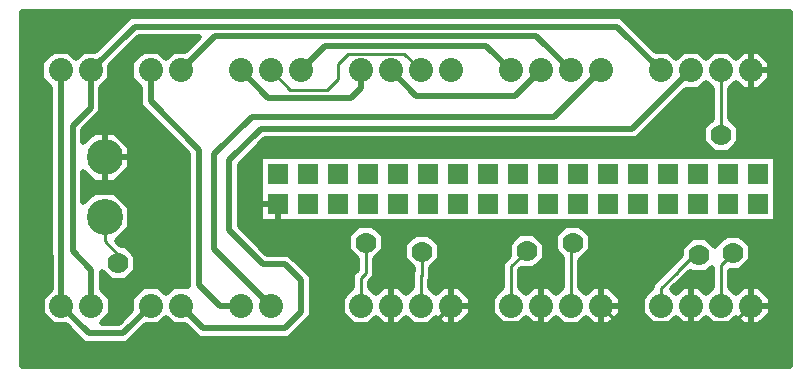
<source format=gbr>
G04 PROTEUS RS274X GERBER FILE*
%FSLAX45Y45*%
%MOMM*%
G01*
%ADD13C,0.508000*%
%ADD11C,0.304800*%
%ADD10C,0.254000*%
%ADD12C,1.778000*%
%ADD14R,1.778000X1.778000*%
%ADD15C,3.048000*%
%ADD16C,2.032000*%
%ADD17C,0.203200*%
G36*
X+3250000Y-1500000D02*
X-3250000Y-1500000D01*
X-3250000Y+1500000D01*
X+3250000Y+1500000D01*
X+3250000Y-1500000D01*
G37*
%LPC*%
G36*
X+3134399Y-25399D02*
X+3134399Y-279399D01*
X-1234399Y-279399D01*
X-1234399Y+279399D01*
X+3134399Y+279399D01*
X+3134399Y-25399D01*
G37*
G36*
X+2115623Y+1167099D02*
X+2223386Y+1167099D01*
X+2282000Y+1108485D01*
X+2340614Y+1167099D01*
X+2477386Y+1167099D01*
X+2536000Y+1108485D01*
X+2594614Y+1167099D01*
X+2731386Y+1167099D01*
X+2790000Y+1108485D01*
X+2848614Y+1167099D01*
X+2985386Y+1167099D01*
X+3082099Y+1070386D01*
X+3082099Y+933614D01*
X+2985386Y+836901D01*
X+2848614Y+836901D01*
X+2790000Y+895515D01*
X+2739199Y+844714D01*
X+2739199Y+600526D01*
X+2819399Y+520326D01*
X+2819399Y+394074D01*
X+2730126Y+304801D01*
X+2603874Y+304801D01*
X+2514601Y+394074D01*
X+2514601Y+520326D01*
X+2586801Y+592526D01*
X+2586801Y+844714D01*
X+2536000Y+895515D01*
X+2477386Y+836901D01*
X+2369623Y+836901D01*
X+1951823Y+419101D01*
X-1195077Y+419101D01*
X-1409701Y+204477D01*
X-1409701Y-315582D01*
X-1176446Y-548837D01*
X-989141Y-548837D01*
X-800101Y-737877D01*
X-800101Y-1078224D01*
X-991876Y-1269999D01*
X-1755323Y-1269999D01*
X-1869623Y-1155699D01*
X-1977386Y-1155699D01*
X-2036000Y-1097085D01*
X-2094614Y-1155699D01*
X-2202377Y-1155699D01*
X-2359857Y-1313179D01*
X-2724143Y-1313179D01*
X-2881623Y-1155699D01*
X-2989386Y-1155699D01*
X-3086099Y-1058986D01*
X-3086099Y-922214D01*
X-3009899Y-846014D01*
X-3009899Y-565143D01*
X-3013899Y-561143D01*
X-3013899Y+857414D01*
X-3090099Y+933614D01*
X-3090099Y+1070386D01*
X-2993386Y+1167099D01*
X-2856614Y+1167099D01*
X-2798000Y+1108485D01*
X-2739386Y+1167099D01*
X-2631623Y+1167099D01*
X-2335683Y+1463039D01*
X+1819683Y+1463039D01*
X+2115623Y+1167099D01*
G37*
G36*
X+2919216Y-479487D02*
X+2919216Y-605739D01*
X+2829943Y-695012D01*
X+2744199Y-695012D01*
X+2744199Y-832714D01*
X+2795000Y-883515D01*
X+2853614Y-824901D01*
X+2990386Y-824901D01*
X+3087099Y-921614D01*
X+3087099Y-1058386D01*
X+2990386Y-1155099D01*
X+2853614Y-1155099D01*
X+2795000Y-1096485D01*
X+2736386Y-1155099D01*
X+2599614Y-1155099D01*
X+2541000Y-1096485D01*
X+2482386Y-1155099D01*
X+2345614Y-1155099D01*
X+2287000Y-1096485D01*
X+2228386Y-1155099D01*
X+2091614Y-1155099D01*
X+1994901Y-1058386D01*
X+1994901Y-921614D01*
X+2083801Y-832714D01*
X+2083801Y-806339D01*
X+2326475Y-563665D01*
X+2326475Y-500463D01*
X+2415748Y-411190D01*
X+2542000Y-411190D01*
X+2614418Y-483608D01*
X+2614418Y-479487D01*
X+2703691Y-390214D01*
X+2829943Y-390214D01*
X+2919216Y-479487D01*
G37*
G36*
X+1562099Y-394074D02*
X+1562099Y-520326D01*
X+1474199Y-608226D01*
X+1474199Y-832714D01*
X+1525000Y-883515D01*
X+1583614Y-824901D01*
X+1720386Y-824901D01*
X+1817099Y-921614D01*
X+1817099Y-1058386D01*
X+1720386Y-1155099D01*
X+1583614Y-1155099D01*
X+1525000Y-1096485D01*
X+1466386Y-1155099D01*
X+1329614Y-1155099D01*
X+1271000Y-1096485D01*
X+1212386Y-1155099D01*
X+1075614Y-1155099D01*
X+1017000Y-1096485D01*
X+958386Y-1155099D01*
X+821614Y-1155099D01*
X+724901Y-1058386D01*
X+724901Y-921614D01*
X+813801Y-832714D01*
X+813801Y-625888D01*
X+867692Y-571997D01*
X+867692Y-464232D01*
X+956965Y-374959D01*
X+1083217Y-374959D01*
X+1172490Y-464232D01*
X+1172490Y-590484D01*
X+1083217Y-679757D01*
X+975452Y-679757D01*
X+966199Y-689010D01*
X+966199Y-832714D01*
X+1017000Y-883515D01*
X+1075614Y-824901D01*
X+1212386Y-824901D01*
X+1271000Y-883515D01*
X+1321801Y-832714D01*
X+1321801Y-584826D01*
X+1257301Y-520326D01*
X+1257301Y-394074D01*
X+1346574Y-304801D01*
X+1472826Y-304801D01*
X+1562099Y-394074D01*
G37*
G36*
X-190501Y-394074D02*
X-190501Y-520326D01*
X-266701Y-596526D01*
X-266701Y-747841D01*
X-303801Y-784941D01*
X-303801Y-832714D01*
X-253000Y-883515D01*
X-194386Y-824901D01*
X-57614Y-824901D01*
X+1000Y-883515D01*
X+51801Y-832714D01*
X+51801Y-698189D01*
X+57180Y-692810D01*
X+57180Y-670498D01*
X-19020Y-594298D01*
X-19020Y-468046D01*
X+70253Y-378773D01*
X+196505Y-378773D01*
X+285778Y-468046D01*
X+285778Y-594298D01*
X+209578Y-670498D01*
X+209578Y-766182D01*
X+204199Y-771561D01*
X+204199Y-832714D01*
X+255000Y-883515D01*
X+313614Y-824901D01*
X+450386Y-824901D01*
X+547099Y-921614D01*
X+547099Y-1058386D01*
X+450386Y-1155099D01*
X+313614Y-1155099D01*
X+255000Y-1096485D01*
X+196386Y-1155099D01*
X+59614Y-1155099D01*
X+1000Y-1096485D01*
X-57614Y-1155099D01*
X-194386Y-1155099D01*
X-253000Y-1096485D01*
X-311614Y-1155099D01*
X-448386Y-1155099D01*
X-545099Y-1058386D01*
X-545099Y-921614D01*
X-456199Y-832714D01*
X-456199Y-721819D01*
X-419099Y-684719D01*
X-419099Y-596526D01*
X-495299Y-520326D01*
X-495299Y-394074D01*
X-406026Y-304801D01*
X-279774Y-304801D01*
X-190501Y-394074D01*
G37*
G36*
X+2959100Y+436158D02*
X+2959100Y+478242D01*
X+2988858Y+508000D01*
X+3030942Y+508000D01*
X+3060700Y+478242D01*
X+3060700Y+436158D01*
X+3030942Y+406400D01*
X+2988858Y+406400D01*
X+2959100Y+436158D01*
G37*
%LPD*%
G36*
X-1869623Y+1167099D02*
X-1977386Y+1167099D01*
X-2036000Y+1108485D01*
X-2094614Y+1167099D01*
X-2231386Y+1167099D01*
X-2328099Y+1070386D01*
X-2328099Y+933614D01*
X-2251899Y+857414D01*
X-2251899Y+703777D01*
X-1844039Y+295917D01*
X-1844039Y-825501D01*
X-1977386Y-825501D01*
X-2036000Y-884115D01*
X-2094614Y-825501D01*
X-2231386Y-825501D01*
X-2328099Y-922214D01*
X-2328099Y-1029977D01*
X-2433503Y-1135381D01*
X-2578296Y-1135381D01*
X-2501901Y-1058986D01*
X-2501901Y-922214D01*
X-2578101Y-846014D01*
X-2578101Y-705824D01*
X-2501526Y-782399D01*
X-2375274Y-782399D01*
X-2286001Y-693126D01*
X-2286001Y-566874D01*
X-2375274Y-477601D01*
X-2414639Y-477601D01*
X-2449956Y-442284D01*
X-2338101Y-330428D01*
X-2338101Y-151572D01*
X-2464572Y-25101D01*
X-2643428Y-25101D01*
X-2733041Y-114714D01*
X-2733041Y+140714D01*
X-2643428Y+51101D01*
X-2464572Y+51101D01*
X-2338101Y+177572D01*
X-2338101Y+356428D01*
X-2464572Y+482899D01*
X-2643428Y+482899D01*
X-2733041Y+393286D01*
X-2733041Y+495497D01*
X-2582101Y+646437D01*
X-2582101Y+857414D01*
X-2505901Y+933614D01*
X-2505901Y+1041377D01*
X-2262037Y+1285241D01*
X-1751481Y+1285241D01*
X-1869623Y+1167099D01*
G37*
%LPC*%
G36*
X-1993878Y-641042D02*
X-1993878Y-598958D01*
X-1964120Y-569200D01*
X-1922036Y-569200D01*
X-1892278Y-598958D01*
X-1892278Y-641042D01*
X-1922036Y-670800D01*
X-1964120Y-670800D01*
X-1993878Y-641042D01*
G37*
%LPD*%
G36*
X+2591801Y-832714D02*
X+2541000Y-883515D01*
X+2482386Y-824901D01*
X+2345614Y-824901D01*
X+2287000Y-883515D01*
X+2254572Y-851088D01*
X+2402710Y-702950D01*
X+2415748Y-715988D01*
X+2542000Y-715988D01*
X+2591801Y-666187D01*
X+2591801Y-832714D01*
G37*
D13*
X-2921000Y-990600D02*
X-2687320Y-1224280D01*
X-2396680Y-1224280D01*
X-2163000Y-990600D01*
X-2921000Y-990600D02*
X-2921000Y-833120D01*
X-1401000Y+1002000D02*
X-1166080Y+767080D01*
X-467360Y+767080D01*
X-385000Y+849440D01*
X-385000Y+1002000D01*
X-2671000Y+1002000D02*
X-2298860Y+1374140D01*
X+1782860Y+1374140D01*
X+2155000Y+1002000D01*
D11*
X+2922000Y-990000D02*
X+2779160Y-1132840D01*
X+2413000Y-1132840D01*
X+1652000Y-990000D02*
X+1794840Y-1132840D01*
X+2413000Y-1132840D01*
X+382000Y-990000D02*
X+571500Y-990000D01*
X+714340Y-1132840D01*
X+1087120Y-1132840D01*
X+2413000Y-1076960D02*
X+2413000Y-1132840D01*
X+1087120Y-1132840D02*
X+1144000Y-1132840D01*
X+1144000Y-990000D01*
X+2413000Y-1076960D02*
X+2413000Y-991000D01*
X+2414000Y-990000D01*
X+1652000Y-990000D02*
X+1651000Y-991000D01*
X+1651000Y-1132840D01*
X+1087120Y-1132840D02*
X+1209040Y-1254760D01*
X+1529080Y-1254760D01*
X+1651000Y-1132840D01*
X+3009900Y+457200D02*
X+3009900Y+688340D01*
X+2917000Y+781240D01*
X+2917000Y+1002000D01*
D13*
X-893000Y+1002000D02*
X-683420Y+1211580D01*
X+675420Y+1211580D01*
X+885000Y+1002000D01*
X+1393000Y+1002000D02*
X+1102140Y+1292860D01*
X-1618140Y+1292860D01*
X-1909000Y+1002000D01*
D10*
X+2667000Y+457200D02*
X+2663000Y+461200D01*
X+2663000Y+1002000D01*
X+1409700Y-457200D02*
X+1398000Y-468900D01*
X+1398000Y-990000D01*
X-342900Y-457200D02*
X-342900Y-716280D01*
X-380000Y-753380D01*
X-380000Y-990000D01*
X-1147000Y+1002000D02*
X-980660Y+835660D01*
X-671677Y+835660D01*
X-581660Y+925677D01*
X-581660Y+1052983D01*
X-491643Y+1143000D01*
X-18000Y+1143000D01*
X+123000Y+1002000D01*
D11*
X-126000Y-990000D02*
X-126000Y-1136350D01*
X-71090Y-1191260D01*
X+180740Y-1191260D01*
X+382000Y-990000D01*
X-1943078Y-620000D02*
X-1943100Y+13000D01*
X-2197100Y+267000D01*
X-2554000Y+267000D01*
D10*
X+133379Y-531172D02*
X+133379Y-724371D01*
X+133379Y-734621D01*
X+128000Y-740000D01*
X+133379Y-724371D02*
X+128000Y-729750D01*
X+128000Y-740000D01*
X+128000Y-990000D01*
X+2288950Y-708950D02*
X+2312100Y-685800D01*
X+2434311Y-563589D01*
X+2478874Y-563589D01*
X+2288950Y-708950D02*
X+2160000Y-837900D01*
X+2160000Y-990000D01*
X+2668000Y-990000D02*
X+2668000Y-641430D01*
X+2766817Y-542613D01*
X+890000Y-748300D02*
X+890000Y-657449D01*
X+1020091Y-527358D01*
X+890000Y-990000D02*
X+890000Y-748300D01*
D13*
X-2921000Y-833120D02*
X-2921000Y-528320D01*
X-2925000Y-524320D01*
X-2925000Y+1002000D01*
X-2671000Y+1002000D02*
X-2671000Y+683260D01*
X-2821940Y+532320D01*
X-2821940Y-528320D01*
X-2667000Y-683260D01*
X-2667000Y-990600D01*
X-1401000Y-990600D02*
X-1578070Y-990600D01*
X-1755140Y-813530D01*
X-1755140Y+332740D01*
X-2163000Y+740600D01*
X-2163000Y+1002000D01*
D10*
X-2554000Y-241000D02*
X-2554000Y-446000D01*
X-2438400Y-561600D01*
X-2438400Y-630000D01*
D13*
X-1498600Y-152400D02*
X-1498600Y-165100D01*
X-1498600Y-352405D01*
X-1213269Y-637736D01*
X-1025964Y-637736D01*
X-977900Y-685800D01*
X+2409000Y+1002000D02*
X+1915000Y+508000D01*
X-1231900Y+508000D01*
X-1498600Y+241300D01*
X-1498600Y-152400D01*
X-977900Y-685800D02*
X-889000Y-774700D01*
X-889000Y-1041401D01*
X-1028699Y-1181100D01*
X-1718500Y-1181100D01*
X-1909000Y-990600D01*
X+1647000Y+1002000D02*
X+1254600Y+609600D01*
X-1308100Y+609600D01*
X-1625600Y+292100D01*
X-1625600Y-512000D01*
X-1147000Y-990600D01*
X-131000Y+1002000D02*
X+83600Y+787400D01*
X+924400Y+787400D01*
X+1139000Y+1002000D01*
D12*
X+3009900Y+457200D03*
X+2667000Y+457200D03*
X+1409700Y-457200D03*
X-342900Y-457200D03*
X-1943078Y-620000D03*
X+133379Y-531172D03*
X+2478874Y-563589D03*
X+2766817Y-542613D03*
X+1020091Y-527358D03*
X-2438400Y-630000D03*
D13*
X+3250000Y-1500000D02*
X-3250000Y-1500000D01*
X-3250000Y+1500000D01*
X+3250000Y+1500000D01*
X+3250000Y-1500000D01*
X+3134399Y-25399D02*
X+3134399Y-279399D01*
X-1234399Y-279399D01*
X-1234399Y+279399D01*
X+3134399Y+279399D01*
X+3134399Y-25399D01*
X+2115623Y+1167099D02*
X+2223386Y+1167099D01*
X+2282000Y+1108485D01*
X+2340614Y+1167099D01*
X+2477386Y+1167099D01*
X+2536000Y+1108485D01*
X+2594614Y+1167099D01*
X+2731386Y+1167099D01*
X+2790000Y+1108485D01*
X+2848614Y+1167099D01*
X+2985386Y+1167099D01*
X+3082099Y+1070386D01*
X+3082099Y+933614D01*
X+2985386Y+836901D01*
X+2848614Y+836901D01*
X+2790000Y+895515D01*
X+2739199Y+844714D01*
X+2739199Y+600526D01*
X+2819399Y+520326D01*
X+2819399Y+394074D01*
X+2730126Y+304801D01*
X+2603874Y+304801D01*
X+2514601Y+394074D01*
X+2514601Y+520326D01*
X+2586801Y+592526D01*
X+2586801Y+844714D01*
X+2536000Y+895515D01*
X+2477386Y+836901D01*
X+2369623Y+836901D01*
X+1951823Y+419101D01*
X-1195077Y+419101D01*
X-1409701Y+204477D01*
X-1409701Y-315582D01*
X-1176446Y-548837D01*
X-989141Y-548837D01*
X-800101Y-737877D01*
X-800101Y-1078224D01*
X-991876Y-1269999D01*
X-1755323Y-1269999D01*
X-1869623Y-1155699D01*
X-1977386Y-1155699D01*
X-2036000Y-1097085D01*
X-2094614Y-1155699D01*
X-2202377Y-1155699D01*
X-2359857Y-1313179D01*
X-2724143Y-1313179D01*
X-2881623Y-1155699D01*
X-2989386Y-1155699D01*
X-3086099Y-1058986D01*
X-3086099Y-922214D01*
X-3009899Y-846014D01*
X-3009899Y-565143D01*
X-3013899Y-561143D01*
X-3013899Y+857414D01*
X-3090099Y+933614D01*
X-3090099Y+1070386D01*
X-2993386Y+1167099D01*
X-2856614Y+1167099D01*
X-2798000Y+1108485D01*
X-2739386Y+1167099D01*
X-2631623Y+1167099D01*
X-2335683Y+1463039D01*
X+1819683Y+1463039D01*
X+2115623Y+1167099D01*
X+2919216Y-479487D02*
X+2919216Y-605739D01*
X+2829943Y-695012D01*
X+2744199Y-695012D01*
X+2744199Y-832714D01*
X+2795000Y-883515D01*
X+2853614Y-824901D01*
X+2990386Y-824901D01*
X+3087099Y-921614D01*
X+3087099Y-1058386D01*
X+2990386Y-1155099D01*
X+2853614Y-1155099D01*
X+2795000Y-1096485D01*
X+2736386Y-1155099D01*
X+2599614Y-1155099D01*
X+2541000Y-1096485D01*
X+2482386Y-1155099D01*
X+2345614Y-1155099D01*
X+2287000Y-1096485D01*
X+2228386Y-1155099D01*
X+2091614Y-1155099D01*
X+1994901Y-1058386D01*
X+1994901Y-921614D01*
X+2083801Y-832714D01*
X+2083801Y-806339D01*
X+2326475Y-563665D01*
X+2326475Y-500463D01*
X+2415748Y-411190D01*
X+2542000Y-411190D01*
X+2614418Y-483608D01*
X+2614418Y-479487D01*
X+2703691Y-390214D01*
X+2829943Y-390214D01*
X+2919216Y-479487D01*
X+1562099Y-394074D02*
X+1562099Y-520326D01*
X+1474199Y-608226D01*
X+1474199Y-832714D01*
X+1525000Y-883515D01*
X+1583614Y-824901D01*
X+1720386Y-824901D01*
X+1817099Y-921614D01*
X+1817099Y-1058386D01*
X+1720386Y-1155099D01*
X+1583614Y-1155099D01*
X+1525000Y-1096485D01*
X+1466386Y-1155099D01*
X+1329614Y-1155099D01*
X+1271000Y-1096485D01*
X+1212386Y-1155099D01*
X+1075614Y-1155099D01*
X+1017000Y-1096485D01*
X+958386Y-1155099D01*
X+821614Y-1155099D01*
X+724901Y-1058386D01*
X+724901Y-921614D01*
X+813801Y-832714D01*
X+813801Y-625888D01*
X+867692Y-571997D01*
X+867692Y-464232D01*
X+956965Y-374959D01*
X+1083217Y-374959D01*
X+1172490Y-464232D01*
X+1172490Y-590484D01*
X+1083217Y-679757D01*
X+975452Y-679757D01*
X+966199Y-689010D01*
X+966199Y-832714D01*
X+1017000Y-883515D01*
X+1075614Y-824901D01*
X+1212386Y-824901D01*
X+1271000Y-883515D01*
X+1321801Y-832714D01*
X+1321801Y-584826D01*
X+1257301Y-520326D01*
X+1257301Y-394074D01*
X+1346574Y-304801D01*
X+1472826Y-304801D01*
X+1562099Y-394074D01*
X-190501Y-394074D02*
X-190501Y-520326D01*
X-266701Y-596526D01*
X-266701Y-747841D01*
X-303801Y-784941D01*
X-303801Y-832714D01*
X-253000Y-883515D01*
X-194386Y-824901D01*
X-57614Y-824901D01*
X+1000Y-883515D01*
X+51801Y-832714D01*
X+51801Y-698189D01*
X+57180Y-692810D01*
X+57180Y-670498D01*
X-19020Y-594298D01*
X-19020Y-468046D01*
X+70253Y-378773D01*
X+196505Y-378773D01*
X+285778Y-468046D01*
X+285778Y-594298D01*
X+209578Y-670498D01*
X+209578Y-766182D01*
X+204199Y-771561D01*
X+204199Y-832714D01*
X+255000Y-883515D01*
X+313614Y-824901D01*
X+450386Y-824901D01*
X+547099Y-921614D01*
X+547099Y-1058386D01*
X+450386Y-1155099D01*
X+313614Y-1155099D01*
X+255000Y-1096485D01*
X+196386Y-1155099D01*
X+59614Y-1155099D01*
X+1000Y-1096485D01*
X-57614Y-1155099D01*
X-194386Y-1155099D01*
X-253000Y-1096485D01*
X-311614Y-1155099D01*
X-448386Y-1155099D01*
X-545099Y-1058386D01*
X-545099Y-921614D01*
X-456199Y-832714D01*
X-456199Y-721819D01*
X-419099Y-684719D01*
X-419099Y-596526D01*
X-495299Y-520326D01*
X-495299Y-394074D01*
X-406026Y-304801D01*
X-279774Y-304801D01*
X-190501Y-394074D01*
X+2959100Y+436158D02*
X+2959100Y+478242D01*
X+2988858Y+508000D01*
X+3030942Y+508000D01*
X+3060700Y+478242D01*
X+3060700Y+436158D01*
X+3030942Y+406400D01*
X+2988858Y+406400D01*
X+2959100Y+436158D01*
X-1869623Y+1167099D02*
X-1977386Y+1167099D01*
X-2036000Y+1108485D01*
X-2094614Y+1167099D01*
X-2231386Y+1167099D01*
X-2328099Y+1070386D01*
X-2328099Y+933614D01*
X-2251899Y+857414D01*
X-2251899Y+703777D01*
X-1844039Y+295917D01*
X-1844039Y-825501D01*
X-1977386Y-825501D01*
X-2036000Y-884115D01*
X-2094614Y-825501D01*
X-2231386Y-825501D01*
X-2328099Y-922214D01*
X-2328099Y-1029977D01*
X-2433503Y-1135381D01*
X-2578296Y-1135381D01*
X-2501901Y-1058986D01*
X-2501901Y-922214D01*
X-2578101Y-846014D01*
X-2578101Y-705824D01*
X-2501526Y-782399D01*
X-2375274Y-782399D01*
X-2286001Y-693126D01*
X-2286001Y-566874D01*
X-2375274Y-477601D01*
X-2414639Y-477601D01*
X-2449956Y-442284D01*
X-2338101Y-330428D01*
X-2338101Y-151572D01*
X-2464572Y-25101D01*
X-2643428Y-25101D01*
X-2733041Y-114714D01*
X-2733041Y+140714D01*
X-2643428Y+51101D01*
X-2464572Y+51101D01*
X-2338101Y+177572D01*
X-2338101Y+356428D01*
X-2464572Y+482899D01*
X-2643428Y+482899D01*
X-2733041Y+393286D01*
X-2733041Y+495497D01*
X-2582101Y+646437D01*
X-2582101Y+857414D01*
X-2505901Y+933614D01*
X-2505901Y+1041377D01*
X-2262037Y+1285241D01*
X-1751481Y+1285241D01*
X-1869623Y+1167099D01*
X-1993878Y-641042D02*
X-1993878Y-598958D01*
X-1964120Y-569200D01*
X-1922036Y-569200D01*
X-1892278Y-598958D01*
X-1892278Y-641042D01*
X-1922036Y-670800D01*
X-1964120Y-670800D01*
X-1993878Y-641042D01*
X+2591801Y-832714D02*
X+2541000Y-883515D01*
X+2482386Y-824901D01*
X+2345614Y-824901D01*
X+2287000Y-883515D01*
X+2254572Y-851088D01*
X+2402710Y-702950D01*
X+2415748Y-715988D01*
X+2542000Y-715988D01*
X+2591801Y-666187D01*
X+2591801Y-832714D01*
X-1234399Y-127000D02*
X-1082000Y-127000D01*
X-1082000Y-279399D02*
X-1082000Y-127000D01*
X-2554000Y+51101D02*
X-2554000Y+267000D01*
X-2554000Y+482899D02*
X-2554000Y+267000D01*
X-2338101Y+267000D02*
X-2554000Y+267000D01*
X+3082099Y+1002000D02*
X+2917000Y+1002000D01*
X+2917000Y+836901D02*
X+2917000Y+1002000D01*
X+2917000Y+1167099D02*
X+2917000Y+1002000D01*
X+2414000Y-1155099D02*
X+2414000Y-990000D01*
X+2414000Y-824901D02*
X+2414000Y-990000D01*
X+3087099Y-990000D02*
X+2922000Y-990000D01*
X+2922000Y-1155099D02*
X+2922000Y-990000D01*
X+2922000Y-824901D02*
X+2922000Y-990000D01*
X+1144000Y-1155099D02*
X+1144000Y-990000D01*
X+1144000Y-824901D02*
X+1144000Y-990000D01*
X+1817099Y-990000D02*
X+1652000Y-990000D01*
X+1652000Y-1155099D02*
X+1652000Y-990000D01*
X+1652000Y-824901D02*
X+1652000Y-990000D01*
X-126000Y-1155099D02*
X-126000Y-990000D01*
X-126000Y-824901D02*
X-126000Y-990000D01*
X+547099Y-990000D02*
X+382000Y-990000D01*
X+382000Y-1155099D02*
X+382000Y-990000D01*
X+382000Y-824901D02*
X+382000Y-990000D01*
D14*
X-1082000Y+127000D03*
X-828000Y+127000D03*
X-574000Y+127000D03*
X-320000Y+127000D03*
X-66000Y+127000D03*
X+188000Y+127000D03*
X+442000Y+127000D03*
X+696000Y+127000D03*
X+950000Y+127000D03*
X+1204000Y+127000D03*
X+1458000Y+127000D03*
X+1712000Y+127000D03*
X+1966000Y+127000D03*
X+2220000Y+127000D03*
X+2474000Y+127000D03*
X+2728000Y+127000D03*
X+2982000Y+127000D03*
X+2982000Y-127000D03*
X+2728000Y-127000D03*
X+2474000Y-127000D03*
X+2220000Y-127000D03*
X+1966000Y-127000D03*
X+1712000Y-127000D03*
X+1458000Y-127000D03*
X+1204000Y-127000D03*
X+950000Y-127000D03*
X+696000Y-127000D03*
X+442000Y-127000D03*
X+188000Y-127000D03*
X-66000Y-127000D03*
X-320000Y-127000D03*
X-574000Y-127000D03*
X-828000Y-127000D03*
X-1082000Y-127000D03*
D15*
X-2554000Y-241000D03*
X-2554000Y+267000D03*
D16*
X-2925000Y+1002000D03*
X-2671000Y+1002000D03*
X-2163000Y+1002000D03*
X-1909000Y+1002000D03*
X-1401000Y+1002000D03*
X-1147000Y+1002000D03*
X-893000Y+1002000D03*
X-385000Y+1002000D03*
X-131000Y+1002000D03*
X+123000Y+1002000D03*
X+377000Y+1002000D03*
X+885000Y+1002000D03*
X+1139000Y+1002000D03*
X+1393000Y+1002000D03*
X+1647000Y+1002000D03*
X+2155000Y+1002000D03*
X+2409000Y+1002000D03*
X+2663000Y+1002000D03*
X+2917000Y+1002000D03*
X+2160000Y-990000D03*
X+2414000Y-990000D03*
X+2668000Y-990000D03*
X+2922000Y-990000D03*
X+890000Y-990000D03*
X+1144000Y-990000D03*
X+1398000Y-990000D03*
X+1652000Y-990000D03*
X-380000Y-990000D03*
X-126000Y-990000D03*
X+128000Y-990000D03*
X+382000Y-990000D03*
X-2163000Y-990600D03*
X-1909000Y-990600D03*
X-1401000Y-990600D03*
X-1147000Y-990600D03*
X-2921000Y-990600D03*
X-2667000Y-990600D03*
D17*
X-3250000Y-1500000D02*
X+3250000Y-1500000D01*
X+3250000Y+1500000D01*
X-3250000Y+1500000D01*
X-3250000Y-1500000D01*
M02*

</source>
